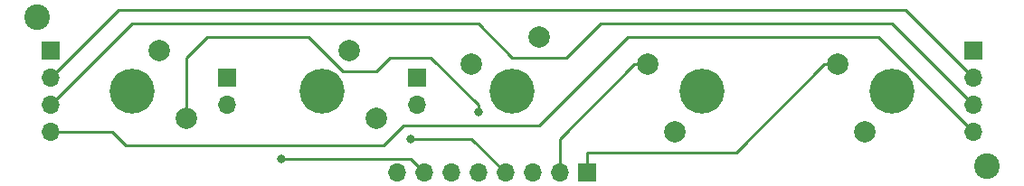
<source format=gtl>
G04 #@! TF.GenerationSoftware,KiCad,Pcbnew,(5.1.8)-1*
G04 #@! TF.CreationDate,2021-10-14T01:25:15+09:00*
G04 #@! TF.ProjectId,windsynth,77696e64-7379-46e7-9468-2e6b69636164,rev?*
G04 #@! TF.SameCoordinates,Original*
G04 #@! TF.FileFunction,Copper,L1,Top*
G04 #@! TF.FilePolarity,Positive*
%FSLAX46Y46*%
G04 Gerber Fmt 4.6, Leading zero omitted, Abs format (unit mm)*
G04 Created by KiCad (PCBNEW (5.1.8)-1) date 2021-10-14 01:25:15*
%MOMM*%
%LPD*%
G01*
G04 APERTURE LIST*
G04 #@! TA.AperFunction,ComponentPad*
%ADD10C,2.000000*%
G04 #@! TD*
G04 #@! TA.AperFunction,ComponentPad*
%ADD11C,4.200000*%
G04 #@! TD*
G04 #@! TA.AperFunction,ComponentPad*
%ADD12O,1.700000X1.700000*%
G04 #@! TD*
G04 #@! TA.AperFunction,ComponentPad*
%ADD13R,1.700000X1.700000*%
G04 #@! TD*
G04 #@! TA.AperFunction,ViaPad*
%ADD14C,2.400000*%
G04 #@! TD*
G04 #@! TA.AperFunction,ViaPad*
%ADD15C,0.800000*%
G04 #@! TD*
G04 #@! TA.AperFunction,Conductor*
%ADD16C,0.250000*%
G04 #@! TD*
G04 APERTURE END LIST*
D10*
G04 #@! TO.P,SW6,1*
G04 #@! TO.N,GND1*
X184785000Y-110490000D03*
G04 #@! TO.P,SW6,2*
G04 #@! TO.N,Net-(J6-Pad1)*
X182245000Y-104140000D03*
D11*
G04 #@! TO.P,SW6,3*
G04 #@! TO.N,N/C*
X187325000Y-106680000D03*
G04 #@! TD*
G04 #@! TO.P,SW7,3*
G04 #@! TO.N,N/C*
X169545000Y-106680000D03*
D10*
G04 #@! TO.P,SW7,2*
G04 #@! TO.N,Net-(J6-Pad2)*
X164465000Y-104140000D03*
G04 #@! TO.P,SW7,1*
G04 #@! TO.N,GND1*
X167005000Y-110490000D03*
G04 #@! TD*
G04 #@! TO.P,SW8,1*
G04 #@! TO.N,GND1*
X147955000Y-104140000D03*
G04 #@! TO.P,SW8,2*
G04 #@! TO.N,Net-(J6-Pad3)*
X154305000Y-101600000D03*
D11*
G04 #@! TO.P,SW8,3*
G04 #@! TO.N,N/C*
X151765000Y-106680000D03*
G04 #@! TD*
G04 #@! TO.P,SW9,3*
G04 #@! TO.N,N/C*
X133985000Y-106680000D03*
D10*
G04 #@! TO.P,SW9,2*
G04 #@! TO.N,Net-(J6-Pad4)*
X139065000Y-109220000D03*
G04 #@! TO.P,SW9,1*
G04 #@! TO.N,GND1*
X136525000Y-102870000D03*
G04 #@! TD*
G04 #@! TO.P,SW10,1*
G04 #@! TO.N,GND1*
X118745000Y-102870000D03*
G04 #@! TO.P,SW10,2*
G04 #@! TO.N,Net-(J6-Pad5)*
X121285000Y-109220000D03*
D11*
G04 #@! TO.P,SW10,3*
G04 #@! TO.N,N/C*
X116205000Y-106680000D03*
G04 #@! TD*
D12*
G04 #@! TO.P,SW11,2*
G04 #@! TO.N,Net-(J6-Pad6)*
X142875000Y-107950000D03*
D13*
G04 #@! TO.P,SW11,1*
G04 #@! TO.N,GND1*
X142875000Y-105410000D03*
G04 #@! TD*
G04 #@! TO.P,SW12,1*
G04 #@! TO.N,GND1*
X125095000Y-105410000D03*
D12*
G04 #@! TO.P,SW12,2*
G04 #@! TO.N,Net-(J6-Pad7)*
X125095000Y-107950000D03*
G04 #@! TD*
G04 #@! TO.P,J4,4*
G04 #@! TO.N,Net-(J4-Pad4)*
X194945000Y-110490000D03*
G04 #@! TO.P,J4,3*
G04 #@! TO.N,Net-(J4-Pad3)*
X194945000Y-107950000D03*
G04 #@! TO.P,J4,2*
G04 #@! TO.N,Net-(J4-Pad2)*
X194945000Y-105410000D03*
D13*
G04 #@! TO.P,J4,1*
G04 #@! TO.N,GND1*
X194945000Y-102870000D03*
G04 #@! TD*
G04 #@! TO.P,J5,1*
G04 #@! TO.N,GND1*
X108585000Y-102870000D03*
D12*
G04 #@! TO.P,J5,2*
G04 #@! TO.N,Net-(J4-Pad2)*
X108585000Y-105410000D03*
G04 #@! TO.P,J5,3*
G04 #@! TO.N,Net-(J4-Pad3)*
X108585000Y-107950000D03*
G04 #@! TO.P,J5,4*
G04 #@! TO.N,Net-(J4-Pad4)*
X108585000Y-110490000D03*
G04 #@! TD*
D13*
G04 #@! TO.P,J6,1*
G04 #@! TO.N,Net-(J6-Pad1)*
X158750000Y-114300000D03*
D12*
G04 #@! TO.P,J6,2*
G04 #@! TO.N,Net-(J6-Pad2)*
X156210000Y-114300000D03*
G04 #@! TO.P,J6,3*
G04 #@! TO.N,Net-(J6-Pad3)*
X153670000Y-114300000D03*
G04 #@! TO.P,J6,4*
G04 #@! TO.N,Net-(J6-Pad4)*
X151130000Y-114300000D03*
G04 #@! TO.P,J6,5*
G04 #@! TO.N,Net-(J6-Pad5)*
X148590000Y-114300000D03*
G04 #@! TO.P,J6,6*
G04 #@! TO.N,Net-(J6-Pad6)*
X146050000Y-114300000D03*
G04 #@! TO.P,J6,7*
G04 #@! TO.N,Net-(J6-Pad7)*
X143510000Y-114300000D03*
G04 #@! TO.P,J6,8*
G04 #@! TO.N,GND1*
X140970000Y-114300000D03*
G04 #@! TD*
D14*
G04 #@! TO.N,*
X107315000Y-99695000D03*
X196215000Y-113665000D03*
D15*
G04 #@! TO.N,Net-(J6-Pad4)*
X142240000Y-111125000D03*
G04 #@! TO.N,Net-(J6-Pad5)*
X148590000Y-108585000D03*
G04 #@! TO.N,Net-(J6-Pad7)*
X130175000Y-113030000D03*
G04 #@! TD*
D16*
G04 #@! TO.N,Net-(J4-Pad4)*
X108585000Y-110490000D02*
X114300000Y-110490000D01*
X114300000Y-110490000D02*
X115570000Y-111760000D01*
X115570000Y-111760000D02*
X139700000Y-111760000D01*
X139700000Y-111760000D02*
X141605000Y-109855000D01*
X141605000Y-109855000D02*
X154305000Y-109855000D01*
X154305000Y-109855000D02*
X162560000Y-101600000D01*
X186055000Y-101600000D02*
X194945000Y-110490000D01*
X162560000Y-101600000D02*
X186055000Y-101600000D01*
G04 #@! TO.N,Net-(J4-Pad3)*
X116205000Y-100330000D02*
X108585000Y-107950000D01*
X151765000Y-103505000D02*
X148590000Y-100330000D01*
X148590000Y-100330000D02*
X116205000Y-100330000D01*
X156845000Y-103505000D02*
X151765000Y-103505000D01*
X160020000Y-100330000D02*
X156845000Y-103505000D01*
X187325000Y-100330000D02*
X160020000Y-100330000D01*
X194945000Y-107950000D02*
X187325000Y-100330000D01*
G04 #@! TO.N,Net-(J4-Pad2)*
X188595000Y-99060000D02*
X194945000Y-105410000D01*
X114935000Y-99060000D02*
X188595000Y-99060000D01*
X108585000Y-105410000D02*
X114935000Y-99060000D01*
G04 #@! TO.N,Net-(J6-Pad1)*
X158750000Y-112395000D02*
X158750000Y-114300000D01*
X182245000Y-104140000D02*
X180975000Y-104140000D01*
X172720000Y-112395000D02*
X158750000Y-112395000D01*
X180975000Y-104140000D02*
X172720000Y-112395000D01*
G04 #@! TO.N,Net-(J6-Pad2)*
X156210000Y-112395000D02*
X156210000Y-111125000D01*
X156210000Y-112395000D02*
X156210000Y-114300000D01*
X163195000Y-104140000D02*
X164465000Y-104140000D01*
X156210000Y-111125000D02*
X163195000Y-104140000D01*
G04 #@! TO.N,Net-(J6-Pad4)*
X151130000Y-114300000D02*
X147955000Y-111125000D01*
X147955000Y-111125000D02*
X142240000Y-111125000D01*
G04 #@! TO.N,Net-(J6-Pad5)*
X121285000Y-103505000D02*
X121285000Y-109220000D01*
X132715000Y-101600000D02*
X123190000Y-101600000D01*
X135890000Y-104775000D02*
X132715000Y-101600000D01*
X123190000Y-101600000D02*
X121285000Y-103505000D01*
X139065000Y-104775000D02*
X135890000Y-104775000D01*
X140335000Y-103505000D02*
X139065000Y-104775000D01*
X144145000Y-103505000D02*
X140335000Y-103505000D01*
X148590000Y-107950000D02*
X144145000Y-103505000D01*
X148590000Y-108585000D02*
X148590000Y-107950000D01*
G04 #@! TO.N,Net-(J6-Pad7)*
X143510000Y-114300000D02*
X142240000Y-113030000D01*
X142240000Y-113030000D02*
X130175000Y-113030000D01*
G04 #@! TD*
M02*

</source>
